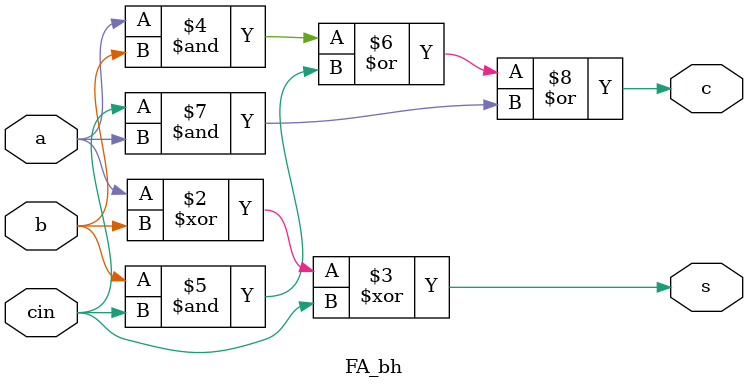
<source format=v>
`timescale 1ns / 1ps


module FA_bh(s, c, a, b, cin);
input a, b, cin;
output reg s, c;

always @(a, b, cin) begin
    s = a ^ b ^ cin;
    c = a & b | b & cin | cin & a;
end
endmodule

</source>
